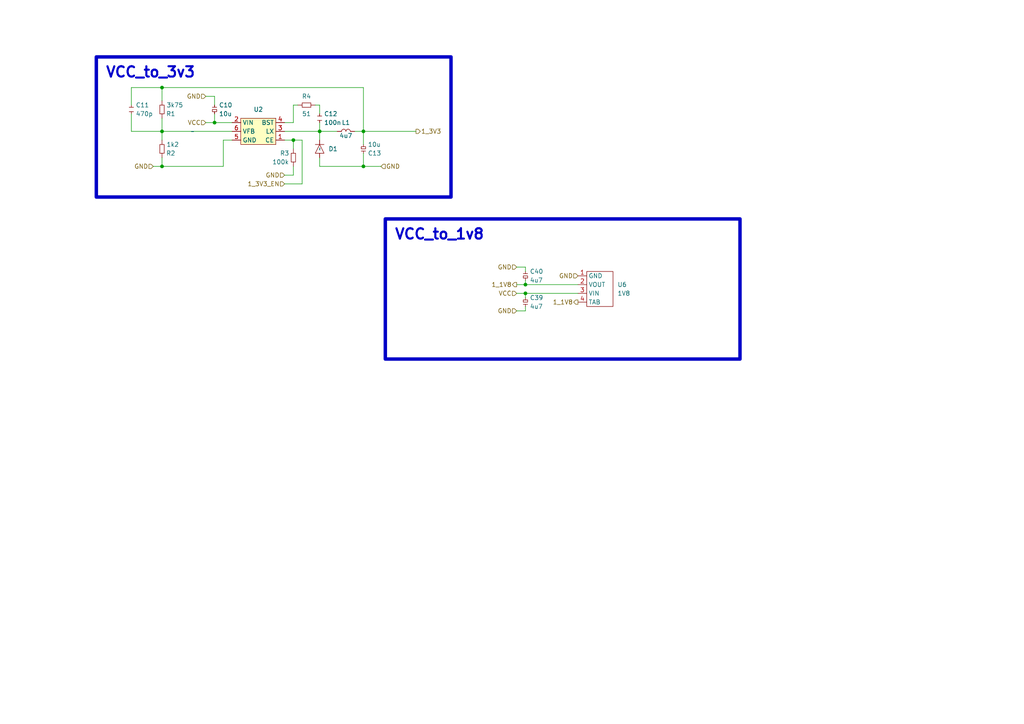
<source format=kicad_sch>
(kicad_sch (version 20230121) (generator eeschema)
  (paper "A4")
  (lib_symbols
    (symbol "a5d27_handheld_console:1117"
      (property "Reference" "U" (at 0 6.35 0))
      (symbol "1117_0_1"
        (rectangle (start -3.81 5.08) (end 3.81 -5.08))
      )
      (symbol "1117_1_1"
        (pin power_in line (at -6.35 3.81 0) (length 2.54) (name "GND") (number "1"))
        (pin power_out line (at -6.35 1.27 0) (length 2.54) (name "VOUT") (number "2"))
        (pin power_in line (at -6.35 -1.27 0) (length 2.54) (name "VIN") (number "3"))
        (pin power_out line (at -6.35 -3.81 0) (length 2.54) (name "TAB") (number "4"))
      )
    )
    (symbol "a5d27_handheld_console:CMS06" (pin_numbers hide) (pin_names hide)
      (property "Reference" "D" (at 0 2.54 0))
      (symbol "CMS06_0_1"
        (polyline (pts (xy 1.27 1.27) (xy 1.27 -1.27)))
        (polyline (pts (xy -1.27 1.27) (xy -1.27 -1.27) (xy 1.27 0) (xy -1.27 1.27)))
      )
      (symbol "CMS06_1_1"
        (pin passive line (at -2.54 0 0) (length 1.27) (name "") (number "1"))
        (pin passive line (at 2.54 0 180) (length 1.27) (name "") (number "2"))
      )
    )
    (symbol "a5d27_handheld_console:C_Ceramic_2012" (pin_numbers hide) (pin_names (offset 0) hide)
      (property "Reference" "C" (at 0 1.27 0))
      (symbol "C_Ceramic_2012_0_1"
        (polyline (pts (xy -0.635 0.635) (xy -0.635 -0.635)))
        (polyline (pts (xy 0.635 0.635) (xy 0.635 -0.635)))
      )
      (symbol "C_Ceramic_2012_1_1"
        (pin passive line (at -1.27 0 0) (length 0.635) (name "") (number "1"))
        (pin passive line (at 1.27 0 180) (length 0.635) (name "") (number "2"))
      )
    )
    (symbol "a5d27_handheld_console:C_Tantalum_3216" (pin_numbers hide) (pin_names (offset 0) hide)
      (property "Reference" "C" (at 0 1.905 0))
      (symbol "C_Tantalum_3216_0_1"
        (polyline (pts (xy 0.635 0.635) (xy 0.635 -0.635)))
        (polyline (pts (xy -0.635 0.635) (xy -0.635 -0.635) (xy 0 -0.635) (xy 0 0.635) (xy -0.635 0.635)))
      )
      (symbol "C_Tantalum_3216_1_1"
        (pin passive line (at -1.27 0 0) (length 0.635) (name "") (number "1"))
        (pin passive line (at 1.27 0 180) (length 0.635) (name "") (number "2"))
      )
    )
    (symbol "a5d27_handheld_console:DFE252012F-4R7M" (pin_numbers hide) (pin_names hide)
      (property "Reference" "L" (at 0 0.635 0))
      (symbol "DFE252012F-4R7M_0_1"
        (arc (start -0.635 -0.635) (mid -1.084 -0.821) (end -1.27 -1.27))
        (arc (start 0 -1.27) (mid -0.186 -0.821) (end -0.635 -0.635))
        (arc (start 0.635 -0.635) (mid 0.186 -0.821) (end 0 -1.27))
        (arc (start 1.27 -1.27) (mid 1.084 -0.821) (end 0.635 -0.635))
      )
      (symbol "DFE252012F-4R7M_1_1"
        (pin passive line (at -2.54 -1.27 0) (length 1.27) (name "") (number "1"))
        (pin passive line (at 2.54 -1.27 180) (length 1.27) (name "") (number "2"))
      )
    )
    (symbol "a5d27_handheld_console:R1240N001B"
      (property "Reference" "U" (at -1.27 5.08 0))
      (symbol "R1240N001B_1_1"
        (rectangle (start -5.08 3.81) (end 5.08 -3.81) (fill (type background)))
        (pin input line (at 7.62 -2.54 180) (length 2.54) (name "CE") (number "1"))
        (pin power_in line (at -7.62 2.54 0) (length 2.54) (name "VIN") (number "2"))
        (pin power_out line (at 7.62 0 180) (length 2.54) (name "LX") (number "3"))
        (pin input line (at 7.62 2.54 180) (length 2.54) (name "BST") (number "4"))
        (pin power_in line (at -7.62 -2.54 0) (length 2.54) (name "GND") (number "5"))
        (pin input line (at -7.62 0 0) (length 2.54) (name "VFB") (number "6"))
      )
    )
    (symbol "a5d27_handheld_console:R_2012" (pin_numbers hide) (pin_names hide)
      (property "Reference" "R" (at 0 0.635 0))
      (symbol "R_2012_0_1"
        (polyline (pts (xy -1.27 -0.635) (xy -1.27 -1.905) (xy 1.27 -1.905) (xy 1.27 -0.635) (xy -1.27 -0.635)))
      )
      (symbol "R_2012_1_1"
        (pin passive line (at -2.54 -1.27 0) (length 1.27) (name "") (number "1"))
        (pin passive line (at 2.54 -1.27 180) (length 1.27) (name "") (number "2"))
      )
    )
  )
  (junction (at 105.41 48.26))
  (junction (at 152.4 82.55))
  (junction (at 105.41 38.1))
  (junction (at 46.99 38.1))
  (junction (at 62.23 35.56))
  (junction (at 46.99 25.4))
  (junction (at 152.4 85.09))
  (junction (at 92.71 38.1))
  (junction (at 46.99 48.26))
  (junction (at 85.09 40.64))
  (wire (pts (xy 85.09 35.56) (xy 82.55 35.56)))
  (wire (pts (xy 92.71 33.02) (xy 92.71 30.48)))
  (wire (pts (xy 46.99 29.21) (xy 46.99 25.4)))
  (wire (pts (xy 92.71 48.26) (xy 92.71 45.72)))
  (wire (pts (xy 105.41 38.1) (xy 105.41 25.4)))
  (wire (pts (xy 102.87 38.1) (xy 105.41 38.1)))
  (wire (pts (xy 38.1 38.1) (xy 46.99 38.1)))
  (wire (pts (xy 85.09 40.64) (xy 85.09 43.18)))
  (wire (pts (xy 105.41 38.1) (xy 105.41 41.91)))
  (wire (pts (xy 46.99 25.4) (xy 38.1 25.4)))
  (wire (pts (xy 46.99 38.1) (xy 46.99 40.64)))
  (wire (pts (xy 110.49 48.26) (xy 105.41 48.26)))
  (wire (pts (xy 152.4 85.09) (xy 152.4 86.36)))
  (wire (pts (xy 86.36 30.48) (xy 85.09 30.48)))
  (wire (pts (xy 105.41 48.26) (xy 105.41 44.45)))
  (wire (pts (xy 85.09 30.48) (xy 85.09 35.56)))
  (wire (pts (xy 92.71 35.56) (xy 92.71 38.1)))
  (wire (pts (xy 85.09 40.64) (xy 87.63 40.64)))
  (wire (pts (xy 38.1 33.02) (xy 38.1 38.1)))
  (wire (pts (xy 85.09 50.8) (xy 85.09 48.26)))
  (wire (pts (xy 152.4 77.47) (xy 152.4 78.74)))
  (wire (pts (xy 87.63 40.64) (xy 87.63 53.34)))
  (wire (pts (xy 105.41 38.1) (xy 120.65 38.1)))
  (wire (pts (xy 38.1 25.4) (xy 38.1 30.48)))
  (wire (pts (xy 152.4 82.55) (xy 167.64 82.55)))
  (wire (pts (xy 149.86 77.47) (xy 152.4 77.47)))
  (wire (pts (xy 44.45 48.26) (xy 46.99 48.26)))
  (wire (pts (xy 152.4 90.17) (xy 149.86 90.17)))
  (wire (pts (xy 62.23 35.56) (xy 62.23 33.02)))
  (wire (pts (xy 64.77 40.64) (xy 64.77 48.26)))
  (wire (pts (xy 46.99 38.1) (xy 67.31 38.1)))
  (wire (pts (xy 149.86 82.55) (xy 152.4 82.55)))
  (wire (pts (xy 46.99 48.26) (xy 64.77 48.26)))
  (wire (pts (xy 46.99 34.29) (xy 46.99 38.1)))
  (wire (pts (xy 152.4 85.09) (xy 167.64 85.09)))
  (wire (pts (xy 46.99 48.26) (xy 46.99 45.72)))
  (wire (pts (xy 62.23 35.56) (xy 67.31 35.56)))
  (wire (pts (xy 82.55 40.64) (xy 85.09 40.64)))
  (wire (pts (xy 92.71 38.1) (xy 97.79 38.1)))
  (wire (pts (xy 92.71 38.1) (xy 92.71 40.64)))
  (wire (pts (xy 152.4 88.9) (xy 152.4 90.17)))
  (wire (pts (xy 82.55 38.1) (xy 92.71 38.1)))
  (wire (pts (xy 152.4 81.28) (xy 152.4 82.55)))
  (wire (pts (xy 149.86 85.09) (xy 152.4 85.09)))
  (wire (pts (xy 92.71 30.48) (xy 91.44 30.48)))
  (wire (pts (xy 105.41 48.26) (xy 92.71 48.26)))
  (wire (pts (xy 105.41 25.4) (xy 46.99 25.4)))
  (wire (pts (xy 62.23 27.94) (xy 62.23 30.48)))
  (wire (pts (xy 64.77 40.64) (xy 67.31 40.64)))
  (wire (pts (xy 59.69 27.94) (xy 62.23 27.94)))
  (wire (pts (xy 82.55 50.8) (xy 85.09 50.8)))
  (wire (pts (xy 59.69 35.56) (xy 62.23 35.56)))
  (wire (pts (xy 87.63 53.34) (xy 82.55 53.34)))
  (rectangle (start 27.94 16.51) (end 130.81 57.15) (stroke (width 1)))
  (rectangle (start 111.76 63.5) (end 214.63 104.14) (stroke (width 1)))
  (text "VCC_to_1v8" (at 114.3 69.85 0) (effects (font (size 3 3) bold) (justify left bottom)))
  (text "VCC_to_3v3" (at 30.48 22.86 0) (effects (font (size 3 3) bold) (justify left bottom)))
  (hierarchical_label "GND" (shape input) (at 149.86 90.17 180))
  (hierarchical_label "1_1V8" (shape output) (at 149.86 82.55 180))
  (hierarchical_label "GND" (shape input) (at 82.55 50.8 180))
  (hierarchical_label "GND" (shape input) (at 110.49 48.26 0))
  (hierarchical_label "GND" (shape input) (at 59.69 27.94 180))
  (hierarchical_label "GND" (shape input) (at 44.45 48.26 180))
  (hierarchical_label "1_1V8" (shape output) (at 167.64 87.63 180))
  (hierarchical_label "1_3V3_EN" (shape input) (at 82.55 53.34 180))
  (hierarchical_label "VCC" (shape input) (at 59.69 35.56 180))
  (hierarchical_label "GND" (shape input) (at 167.64 80.01 180))
  (hierarchical_label "VCC" (shape input) (at 149.86 85.09 180))
  (hierarchical_label "GND" (shape input) (at 149.86 77.47 180))
  (hierarchical_label "1_3V3" (shape output) (at 120.65 38.1 0))
  (symbol (lib_id "a5d27_handheld_console:C_Tantalum_3216") (at 152.4 80.01 270) (mirror x) (unit 1)
    (property "Reference" "C40" (at 153.67 78.74 90) (effects (justify left)))
    (property "Value" "4u7" (at 153.67 81.28 90) (effects (justify left)))
    (property "Footprint" "a5d27_handheld_console:C_Tantalum_3216" (effects hide))
  )
  (symbol (lib_id "a5d27_handheld_console:CMS06") (at 92.71 43.18 90) (unit 1)
    (property "Reference" "D1" (at 95.25 43.18 90) (effects (justify right)))
    (property "Value" "~" (at 92.71 43.18 0))
    (property "Footprint" "a5d27_handheld_console:CMS06" (effects hide))
  )
  (symbol (lib_id "a5d27_handheld_console:R_2012") (at 45.72 31.75 90) (unit 1)
    (property "Reference" "R1" (at 49.53 33.02 90))
    (property "Value" "3k75" (at 48.26 30.48 90) (effects (justify right)))
    (property "Footprint" "a5d27_handheld_console:R_2012" (effects hide))
  )
  (symbol (lib_id "a5d27_handheld_console:C_Tantalum_3216") (at 62.23 31.75 90) (unit 1)
    (property "Reference" "C10" (at 63.5 30.48 90) (effects (justify right)))
    (property "Value" "10u" (at 63.5 33.02 90) (effects (justify right)))
    (property "Footprint" "a5d27_handheld_console:C_Tantalum_3216" (effects hide))
  )
  (symbol (lib_id "a5d27_handheld_console:1117") (at 173.99 83.82 0) (unit 1)
    (property "Reference" "U6" (at 179.07 82.55 0) (effects (justify left)))
    (property "Value" "1V8" (at 179.07 85.09 0) (effects (justify left)))
    (property "Footprint" "a5d27_handheld_console:1117" (effects hide))
  )
  (symbol (lib_id "a5d27_handheld_console:R1240N001B") (at 74.93 38.1 0) (unit 1)
    (property "Reference" "U2" (at 74.93 31.75 0))
    (property "Value" "~" (at 55.88 38.1 0))
    (property "Footprint" "a5d27_handheld_console:R1240N001B" (effects hide))
  )
  (symbol (lib_id "a5d27_handheld_console:DFE252012F-4R7M") (at 100.33 36.83 0) (unit 1)
    (property "Reference" "L1" (at 100.33 35.56 0))
    (property "Value" "4u7" (at 100.33 39.37 0))
    (property "Footprint" "a5d27_handheld_console:DFE252012F-4R7M" (effects hide))
  )
  (symbol (lib_id "a5d27_handheld_console:C_Tantalum_3216") (at 105.41 43.18 270) (unit 1)
    (property "Reference" "C13" (at 106.68 44.45 90) (effects (justify left)))
    (property "Value" "10u" (at 106.68 41.91 90) (effects (justify left)))
    (property "Footprint" "a5d27_handheld_console:C_Tantalum_3216" (effects hide))
  )
  (symbol (lib_id "a5d27_handheld_console:C_Ceramic_2012") (at 92.71 34.29 90) (unit 1)
    (property "Reference" "C12" (at 93.98 33.02 90) (effects (justify right)))
    (property "Value" "100n" (at 93.98 35.56 90) (effects (justify right)))
    (property "Footprint" "a5d27_handheld_console:C_Ceramic_2012" (effects hide))
  )
  (symbol (lib_id "a5d27_handheld_console:C_Tantalum_3216") (at 152.4 87.63 270) (unit 1)
    (property "Reference" "C39" (at 153.67 86.36 90) (effects (justify left)))
    (property "Value" "4u7" (at 153.67 88.9 90) (effects (justify left)))
    (property "Footprint" "a5d27_handheld_console:C_Tantalum_3216" (effects hide))
  )
  (symbol (lib_id "a5d27_handheld_console:R_2012") (at 45.72 43.18 90) (unit 1)
    (property "Reference" "R2" (at 49.53 44.45 90))
    (property "Value" "1k2" (at 48.26 41.91 90) (effects (justify right)))
    (property "Footprint" "a5d27_handheld_console:R_2012" (effects hide))
  )
  (symbol (lib_id "a5d27_handheld_console:R_2012") (at 88.9 31.75 180) (unit 1)
    (property "Reference" "R4" (at 88.9 27.94 0))
    (property "Value" "51" (at 88.9 33.02 0))
    (property "Footprint" "a5d27_handheld_console:R_2012" (effects hide))
  )
  (symbol (lib_id "a5d27_handheld_console:R_2012") (at 86.36 45.72 270) (unit 1)
    (property "Reference" "R3" (at 82.55 44.45 90))
    (property "Value" "100k" (at 83.82 46.99 90) (effects (justify right)))
    (property "Footprint" "a5d27_handheld_console:R_2012" (effects hide))
  )
  (symbol (lib_id "a5d27_handheld_console:C_Ceramic_2012") (at 38.1 31.75 90) (unit 1)
    (property "Reference" "C11" (at 39.37 30.48 90) (effects (justify right)))
    (property "Value" "470p" (at 39.37 33.02 90) (effects (justify right)))
    (property "Footprint" "a5d27_handheld_console:C_Ceramic_2012" (effects hide))
  )
)
</source>
